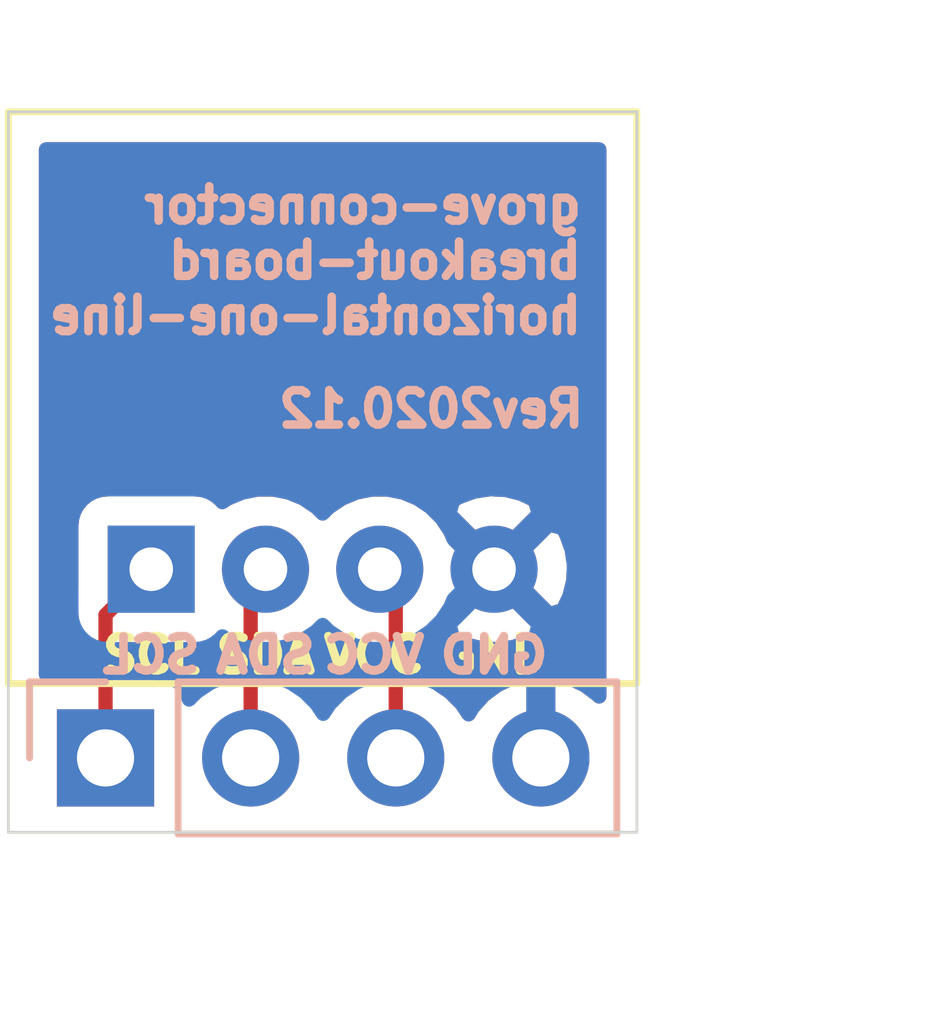
<source format=kicad_pcb>
(kicad_pcb (version 20171130) (host pcbnew 5.1.7-a382d34a8~87~ubuntu20.04.1)

  (general
    (thickness 1.6)
    (drawings 14)
    (tracks 8)
    (zones 0)
    (modules 2)
    (nets 5)
  )

  (page A4)
  (layers
    (0 F.Cu signal)
    (31 B.Cu signal)
    (32 B.Adhes user)
    (33 F.Adhes user)
    (34 B.Paste user)
    (35 F.Paste user)
    (36 B.SilkS user)
    (37 F.SilkS user)
    (38 B.Mask user)
    (39 F.Mask user)
    (40 Dwgs.User user)
    (41 Cmts.User user)
    (42 Eco1.User user)
    (43 Eco2.User user)
    (44 Edge.Cuts user)
    (45 Margin user)
    (46 B.CrtYd user)
    (47 F.CrtYd user)
    (48 B.Fab user)
    (49 F.Fab user)
  )

  (setup
    (last_trace_width 0.25)
    (trace_clearance 0.2)
    (zone_clearance 0.508)
    (zone_45_only no)
    (trace_min 0.2)
    (via_size 0.8)
    (via_drill 0.4)
    (via_min_size 0.4)
    (via_min_drill 0.3)
    (uvia_size 0.3)
    (uvia_drill 0.1)
    (uvias_allowed no)
    (uvia_min_size 0.2)
    (uvia_min_drill 0.1)
    (edge_width 0.05)
    (segment_width 0.2)
    (pcb_text_width 0.3)
    (pcb_text_size 1.5 1.5)
    (mod_edge_width 0.12)
    (mod_text_size 1 1)
    (mod_text_width 0.15)
    (pad_size 1.524 1.524)
    (pad_drill 0.762)
    (pad_to_mask_clearance 0)
    (aux_axis_origin 0 0)
    (visible_elements FFFFFF7F)
    (pcbplotparams
      (layerselection 0x010fc_ffffffff)
      (usegerberextensions false)
      (usegerberattributes true)
      (usegerberadvancedattributes true)
      (creategerberjobfile true)
      (excludeedgelayer true)
      (linewidth 0.100000)
      (plotframeref false)
      (viasonmask false)
      (mode 1)
      (useauxorigin false)
      (hpglpennumber 1)
      (hpglpenspeed 20)
      (hpglpendiameter 15.000000)
      (psnegative false)
      (psa4output false)
      (plotreference true)
      (plotvalue true)
      (plotinvisibletext false)
      (padsonsilk false)
      (subtractmaskfromsilk false)
      (outputformat 1)
      (mirror false)
      (drillshape 1)
      (scaleselection 1)
      (outputdirectory ""))
  )

  (net 0 "")
  (net 1 "Net-(J1-Pad3)")
  (net 2 "Net-(J1-Pad2)")
  (net 3 "Net-(J1-Pad1)")
  (net 4 GND)

  (net_class Default "This is the default net class."
    (clearance 0.2)
    (trace_width 0.25)
    (via_dia 0.8)
    (via_drill 0.4)
    (uvia_dia 0.3)
    (uvia_drill 0.1)
    (add_net GND)
    (add_net "Net-(J1-Pad1)")
    (add_net "Net-(J1-Pad2)")
    (add_net "Net-(J1-Pad3)")
  )

  (module Connector_PinHeader_2.54mm:PinHeader_1x04_P2.54mm_Vertical (layer B.Cu) (tedit 59FED5CC) (tstamp 5FBE64E0)
    (at 147.6 80.4 270)
    (descr "Through hole straight pin header, 1x04, 2.54mm pitch, single row")
    (tags "Through hole pin header THT 1x04 2.54mm single row")
    (path /5FBE14A7)
    (fp_text reference J2 (at 0 2.33 90) (layer B.SilkS) hide
      (effects (font (size 1 1) (thickness 0.15)) (justify mirror))
    )
    (fp_text value Conn_01x04 (at 0 -9.95 90) (layer B.Fab)
      (effects (font (size 1 1) (thickness 0.15)) (justify mirror))
    )
    (fp_line (start 1.8 1.8) (end -1.8 1.8) (layer B.CrtYd) (width 0.05))
    (fp_line (start 1.8 -9.4) (end 1.8 1.8) (layer B.CrtYd) (width 0.05))
    (fp_line (start -1.8 -9.4) (end 1.8 -9.4) (layer B.CrtYd) (width 0.05))
    (fp_line (start -1.8 1.8) (end -1.8 -9.4) (layer B.CrtYd) (width 0.05))
    (fp_line (start -1.33 1.33) (end 0 1.33) (layer B.SilkS) (width 0.12))
    (fp_line (start -1.33 0) (end -1.33 1.33) (layer B.SilkS) (width 0.12))
    (fp_line (start -1.33 -1.27) (end 1.33 -1.27) (layer B.SilkS) (width 0.12))
    (fp_line (start 1.33 -1.27) (end 1.33 -8.95) (layer B.SilkS) (width 0.12))
    (fp_line (start -1.33 -1.27) (end -1.33 -8.95) (layer B.SilkS) (width 0.12))
    (fp_line (start -1.33 -8.95) (end 1.33 -8.95) (layer B.SilkS) (width 0.12))
    (fp_line (start -1.27 0.635) (end -0.635 1.27) (layer B.Fab) (width 0.1))
    (fp_line (start -1.27 -8.89) (end -1.27 0.635) (layer B.Fab) (width 0.1))
    (fp_line (start 1.27 -8.89) (end -1.27 -8.89) (layer B.Fab) (width 0.1))
    (fp_line (start 1.27 1.27) (end 1.27 -8.89) (layer B.Fab) (width 0.1))
    (fp_line (start -0.635 1.27) (end 1.27 1.27) (layer B.Fab) (width 0.1))
    (fp_text user %R (at 0 -3.81 180) (layer B.Fab)
      (effects (font (size 1 1) (thickness 0.15)) (justify mirror))
    )
    (pad 4 thru_hole oval (at 0 -7.62 270) (size 1.7 1.7) (drill 1) (layers *.Cu *.Mask)
      (net 4 GND))
    (pad 3 thru_hole oval (at 0 -5.08 270) (size 1.7 1.7) (drill 1) (layers *.Cu *.Mask)
      (net 1 "Net-(J1-Pad3)"))
    (pad 2 thru_hole oval (at 0 -2.54 270) (size 1.7 1.7) (drill 1) (layers *.Cu *.Mask)
      (net 2 "Net-(J1-Pad2)"))
    (pad 1 thru_hole rect (at 0 0 270) (size 1.7 1.7) (drill 1) (layers *.Cu *.Mask)
      (net 3 "Net-(J1-Pad1)"))
    (model ${KISYS3DMOD}/Connector_PinHeader_2.54mm.3dshapes/PinHeader_1x04_P2.54mm_Vertical.wrl
      (at (xyz 0 0 0))
      (scale (xyz 1 1 1))
      (rotate (xyz 0 0 0))
    )
  )

  (module my-kicad-footprints:NS-Tech_Grove_1x04_P2mm_Horizontal (layer F.Cu) (tedit 5D3EFECF) (tstamp 5FBE64C8)
    (at 151.4 77.1 90)
    (descr https://statics3.seeedstudio.com/images/opl/datasheet/3470130P1.pdf)
    (tags Grove-1x04)
    (path /5FBE04A9)
    (fp_text reference J1 (at -0.0127 -6.3246 90) (layer F.SilkS) hide
      (effects (font (size 1 1) (thickness 0.15)))
    )
    (fp_text value Grove-I2C-connector (at 9.1059 2.6924) (layer F.Fab)
      (effects (font (size 1 1) (thickness 0.15)))
    )
    (fp_line (start -2 5.5) (end 8 5.5) (layer F.SilkS) (width 0.12))
    (fp_line (start -2 -5.5) (end -2 5.5) (layer F.SilkS) (width 0.12))
    (fp_line (start -2 -5.5) (end 8 -5.5) (layer F.SilkS) (width 0.12))
    (fp_line (start 8 -5.5) (end 8 5.5) (layer F.SilkS) (width 0.12))
    (fp_text user %R (at -2 -1) (layer F.Fab)
      (effects (font (size 1 1) (thickness 0.15)))
    )
    (pad 4 thru_hole circle (at 0 3 90) (size 1.524 1.524) (drill 0.762) (layers *.Cu *.Mask)
      (net 4 GND))
    (pad 3 thru_hole circle (at 0 1 90) (size 1.524 1.524) (drill 0.762) (layers *.Cu *.Mask)
      (net 1 "Net-(J1-Pad3)"))
    (pad 2 thru_hole circle (at 0 -1 90) (size 1.524 1.524) (drill 0.762) (layers *.Cu *.Mask)
      (net 2 "Net-(J1-Pad2)"))
    (pad 1 thru_hole rect (at 0 -3 90) (size 1.524 1.524) (drill 0.762) (layers *.Cu *.Mask)
      (net 3 "Net-(J1-Pad1)"))
    (model ${KISYS3DMOD}/Connector.3dshapes/NS-Tech_Grove_1x04_P2mm_Vertical.wrl
      (at (xyz 0 0 0))
      (scale (xyz 0.3937 0.3937 0.3937))
      (rotate (xyz 0 0 -90))
    )
  )

  (gr_text Rev2020.12 (at 153.3 74.3) (layer B.SilkS) (tstamp 5FBE6673)
    (effects (font (size 0.6 0.6) (thickness 0.15)) (justify mirror))
  )
  (gr_text "grove-connector\nbreakout-board\nhorizontal-one-line" (at 156 71.7) (layer B.SilkS) (tstamp 5FBE6673)
    (effects (font (size 0.6 0.6) (thickness 0.15)) (justify left mirror))
  )
  (gr_text SCL (at 148.4 78.6) (layer B.SilkS) (tstamp 5FBE6650)
    (effects (font (size 0.6 0.6) (thickness 0.15)) (justify mirror))
  )
  (gr_text GND (at 154.4 78.6) (layer B.SilkS) (tstamp 5FBE664F)
    (effects (font (size 0.6 0.6) (thickness 0.15)) (justify mirror))
  )
  (gr_text VCC (at 152.3 78.6) (layer B.SilkS) (tstamp 5FBE664E)
    (effects (font (size 0.6 0.6) (thickness 0.15)) (justify mirror))
  )
  (gr_text SDA (at 150.4 78.6) (layer B.SilkS) (tstamp 5FBE664D)
    (effects (font (size 0.6 0.6) (thickness 0.15)) (justify mirror))
  )
  (gr_line (start 156.9 69.1) (end 145.9 69.1) (layer Edge.Cuts) (width 0.05) (tstamp 5FBE662E))
  (gr_line (start 156.9 81.7) (end 156.9 69.1) (layer Edge.Cuts) (width 0.05))
  (gr_line (start 145.9 81.7) (end 156.9 81.7) (layer Edge.Cuts) (width 0.05))
  (gr_line (start 145.9 69.1) (end 145.9 81.7) (layer Edge.Cuts) (width 0.05))
  (gr_text GND (at 154.4 78.6) (layer F.SilkS) (tstamp 5FBE6626)
    (effects (font (size 0.6 0.6) (thickness 0.15)))
  )
  (gr_text VCC (at 152.3 78.6) (layer F.SilkS) (tstamp 5FBE6626)
    (effects (font (size 0.6 0.6) (thickness 0.15)))
  )
  (gr_text SDA (at 150.4 78.6) (layer F.SilkS) (tstamp 5FBE6626)
    (effects (font (size 0.6 0.6) (thickness 0.15)))
  )
  (gr_text SCL (at 148.4 78.6) (layer F.SilkS)
    (effects (font (size 0.6 0.6) (thickness 0.15)))
  )

  (segment (start 152.68 77.38) (end 152.4 77.1) (width 0.25) (layer F.Cu) (net 1))
  (segment (start 152.68 80.4) (end 152.68 77.38) (width 0.25) (layer F.Cu) (net 1))
  (segment (start 150.14 77.36) (end 150.4 77.1) (width 0.25) (layer F.Cu) (net 2))
  (segment (start 150.14 80.4) (end 150.14 77.36) (width 0.25) (layer F.Cu) (net 2))
  (segment (start 147.6 77.9) (end 148.4 77.1) (width 0.25) (layer F.Cu) (net 3))
  (segment (start 147.6 80.4) (end 147.6 77.9) (width 0.25) (layer F.Cu) (net 3))
  (segment (start 155.22 77.92) (end 154.4 77.1) (width 0.25) (layer F.Cu) (net 4))
  (segment (start 155.22 80.4) (end 155.22 77.92) (width 0.25) (layer F.Cu) (net 4))

  (zone (net 4) (net_name GND) (layer F.Cu) (tstamp 0) (hatch edge 0.508)
    (connect_pads (clearance 0.508))
    (min_thickness 0.254)
    (fill yes (arc_segments 32) (thermal_gap 0.508) (thermal_bridge_width 0.508))
    (polygon
      (pts
        (xy 157 81.7) (xy 145.9 81.7) (xy 145.9 69.1) (xy 157 69.1)
      )
    )
    (filled_polygon
      (pts
        (xy 156.24 79.324302) (xy 156.220269 79.302412) (xy 155.98692 79.128359) (xy 155.724099 79.003175) (xy 155.57689 78.958524)
        (xy 155.347 79.079845) (xy 155.347 80.273) (xy 155.367 80.273) (xy 155.367 80.527) (xy 155.347 80.527)
        (xy 155.347 80.547) (xy 155.093 80.547) (xy 155.093 80.527) (xy 155.073 80.527) (xy 155.073 80.273)
        (xy 155.093 80.273) (xy 155.093 79.079845) (xy 154.86311 78.958524) (xy 154.715901 79.003175) (xy 154.45308 79.128359)
        (xy 154.219731 79.302412) (xy 154.024822 79.518645) (xy 153.955195 79.635534) (xy 153.833475 79.453368) (xy 153.626632 79.246525)
        (xy 153.44 79.121822) (xy 153.44 78.124346) (xy 153.497631 78.181977) (xy 153.614041 78.065567) (xy 153.68102 78.305656)
        (xy 153.930048 78.422756) (xy 154.197135 78.489023) (xy 154.472017 78.50191) (xy 154.744133 78.460922) (xy 155.003023 78.367636)
        (xy 155.11898 78.305656) (xy 155.18596 78.065565) (xy 154.4 77.279605) (xy 154.385858 77.293748) (xy 154.206253 77.114143)
        (xy 154.220395 77.1) (xy 154.579605 77.1) (xy 155.365565 77.88596) (xy 155.605656 77.81898) (xy 155.722756 77.569952)
        (xy 155.789023 77.302865) (xy 155.80191 77.027983) (xy 155.760922 76.755867) (xy 155.667636 76.496977) (xy 155.605656 76.38102)
        (xy 155.365565 76.31404) (xy 154.579605 77.1) (xy 154.220395 77.1) (xy 153.694105 76.57371) (xy 153.638005 76.438273)
        (xy 153.48512 76.209465) (xy 153.41009 76.134435) (xy 153.61404 76.134435) (xy 154.4 76.920395) (xy 155.18596 76.134435)
        (xy 155.11898 75.894344) (xy 154.869952 75.777244) (xy 154.602865 75.710977) (xy 154.327983 75.69809) (xy 154.055867 75.739078)
        (xy 153.796977 75.832364) (xy 153.68102 75.894344) (xy 153.61404 76.134435) (xy 153.41009 76.134435) (xy 153.290535 76.01488)
        (xy 153.061727 75.861995) (xy 152.80749 75.756686) (xy 152.537592 75.703) (xy 152.262408 75.703) (xy 151.99251 75.756686)
        (xy 151.738273 75.861995) (xy 151.509465 76.01488) (xy 151.4 76.124345) (xy 151.290535 76.01488) (xy 151.061727 75.861995)
        (xy 150.80749 75.756686) (xy 150.537592 75.703) (xy 150.262408 75.703) (xy 149.99251 75.756686) (xy 149.738273 75.861995)
        (xy 149.64433 75.924766) (xy 149.613185 75.886815) (xy 149.516494 75.807463) (xy 149.40618 75.748498) (xy 149.286482 75.712188)
        (xy 149.162 75.699928) (xy 147.638 75.699928) (xy 147.513518 75.712188) (xy 147.39382 75.748498) (xy 147.283506 75.807463)
        (xy 147.186815 75.886815) (xy 147.107463 75.983506) (xy 147.048498 76.09382) (xy 147.012188 76.213518) (xy 146.999928 76.338)
        (xy 146.999928 77.433196) (xy 146.965026 77.475724) (xy 146.894454 77.607754) (xy 146.850998 77.751015) (xy 146.836324 77.9)
        (xy 146.840001 77.937332) (xy 146.840001 78.911928) (xy 146.75 78.911928) (xy 146.625518 78.924188) (xy 146.56 78.944063)
        (xy 146.56 69.76) (xy 156.240001 69.76)
      )
    )
  )
  (zone (net 4) (net_name GND) (layer B.Cu) (tstamp 5FBE1159) (hatch edge 0.508)
    (connect_pads (clearance 0.508))
    (min_thickness 0.254)
    (fill yes (arc_segments 32) (thermal_gap 0.508) (thermal_bridge_width 0.508))
    (polygon
      (pts
        (xy 157 81.7) (xy 145.9 81.7) (xy 145.9 69.1) (xy 157 69.1)
      )
    )
    (filled_polygon
      (pts
        (xy 156.24 79.324302) (xy 156.220269 79.302412) (xy 155.98692 79.128359) (xy 155.724099 79.003175) (xy 155.57689 78.958524)
        (xy 155.347 79.079845) (xy 155.347 80.273) (xy 155.367 80.273) (xy 155.367 80.527) (xy 155.347 80.527)
        (xy 155.347 80.547) (xy 155.093 80.547) (xy 155.093 80.527) (xy 155.073 80.527) (xy 155.073 80.273)
        (xy 155.093 80.273) (xy 155.093 79.079845) (xy 154.86311 78.958524) (xy 154.715901 79.003175) (xy 154.45308 79.128359)
        (xy 154.219731 79.302412) (xy 154.024822 79.518645) (xy 153.955195 79.635534) (xy 153.833475 79.453368) (xy 153.626632 79.246525)
        (xy 153.383411 79.08401) (xy 153.113158 78.972068) (xy 152.82626 78.915) (xy 152.53374 78.915) (xy 152.246842 78.972068)
        (xy 151.976589 79.08401) (xy 151.733368 79.246525) (xy 151.526525 79.453368) (xy 151.41 79.62776) (xy 151.293475 79.453368)
        (xy 151.086632 79.246525) (xy 150.843411 79.08401) (xy 150.573158 78.972068) (xy 150.28626 78.915) (xy 149.99374 78.915)
        (xy 149.706842 78.972068) (xy 149.436589 79.08401) (xy 149.193368 79.246525) (xy 149.061513 79.37838) (xy 149.039502 79.30582)
        (xy 148.980537 79.195506) (xy 148.901185 79.098815) (xy 148.804494 79.019463) (xy 148.69418 78.960498) (xy 148.574482 78.924188)
        (xy 148.45 78.911928) (xy 146.75 78.911928) (xy 146.625518 78.924188) (xy 146.56 78.944063) (xy 146.56 76.338)
        (xy 146.999928 76.338) (xy 146.999928 77.862) (xy 147.012188 77.986482) (xy 147.048498 78.10618) (xy 147.107463 78.216494)
        (xy 147.186815 78.313185) (xy 147.283506 78.392537) (xy 147.39382 78.451502) (xy 147.513518 78.487812) (xy 147.638 78.500072)
        (xy 149.162 78.500072) (xy 149.286482 78.487812) (xy 149.40618 78.451502) (xy 149.516494 78.392537) (xy 149.613185 78.313185)
        (xy 149.64433 78.275234) (xy 149.738273 78.338005) (xy 149.99251 78.443314) (xy 150.262408 78.497) (xy 150.537592 78.497)
        (xy 150.80749 78.443314) (xy 151.061727 78.338005) (xy 151.290535 78.18512) (xy 151.4 78.075655) (xy 151.509465 78.18512)
        (xy 151.738273 78.338005) (xy 151.99251 78.443314) (xy 152.262408 78.497) (xy 152.537592 78.497) (xy 152.80749 78.443314)
        (xy 153.061727 78.338005) (xy 153.290535 78.18512) (xy 153.41009 78.065565) (xy 153.61404 78.065565) (xy 153.68102 78.305656)
        (xy 153.930048 78.422756) (xy 154.197135 78.489023) (xy 154.472017 78.50191) (xy 154.744133 78.460922) (xy 155.003023 78.367636)
        (xy 155.11898 78.305656) (xy 155.18596 78.065565) (xy 154.4 77.279605) (xy 153.61404 78.065565) (xy 153.41009 78.065565)
        (xy 153.48512 77.990535) (xy 153.638005 77.761727) (xy 153.694105 77.62629) (xy 154.220395 77.1) (xy 154.579605 77.1)
        (xy 155.365565 77.88596) (xy 155.605656 77.81898) (xy 155.722756 77.569952) (xy 155.789023 77.302865) (xy 155.80191 77.027983)
        (xy 155.760922 76.755867) (xy 155.667636 76.496977) (xy 155.605656 76.38102) (xy 155.365565 76.31404) (xy 154.579605 77.1)
        (xy 154.220395 77.1) (xy 153.694105 76.57371) (xy 153.638005 76.438273) (xy 153.48512 76.209465) (xy 153.41009 76.134435)
        (xy 153.61404 76.134435) (xy 154.4 76.920395) (xy 155.18596 76.134435) (xy 155.11898 75.894344) (xy 154.869952 75.777244)
        (xy 154.602865 75.710977) (xy 154.327983 75.69809) (xy 154.055867 75.739078) (xy 153.796977 75.832364) (xy 153.68102 75.894344)
        (xy 153.61404 76.134435) (xy 153.41009 76.134435) (xy 153.290535 76.01488) (xy 153.061727 75.861995) (xy 152.80749 75.756686)
        (xy 152.537592 75.703) (xy 152.262408 75.703) (xy 151.99251 75.756686) (xy 151.738273 75.861995) (xy 151.509465 76.01488)
        (xy 151.4 76.124345) (xy 151.290535 76.01488) (xy 151.061727 75.861995) (xy 150.80749 75.756686) (xy 150.537592 75.703)
        (xy 150.262408 75.703) (xy 149.99251 75.756686) (xy 149.738273 75.861995) (xy 149.64433 75.924766) (xy 149.613185 75.886815)
        (xy 149.516494 75.807463) (xy 149.40618 75.748498) (xy 149.286482 75.712188) (xy 149.162 75.699928) (xy 147.638 75.699928)
        (xy 147.513518 75.712188) (xy 147.39382 75.748498) (xy 147.283506 75.807463) (xy 147.186815 75.886815) (xy 147.107463 75.983506)
        (xy 147.048498 76.09382) (xy 147.012188 76.213518) (xy 146.999928 76.338) (xy 146.56 76.338) (xy 146.56 69.76)
        (xy 156.240001 69.76)
      )
    )
  )
)

</source>
